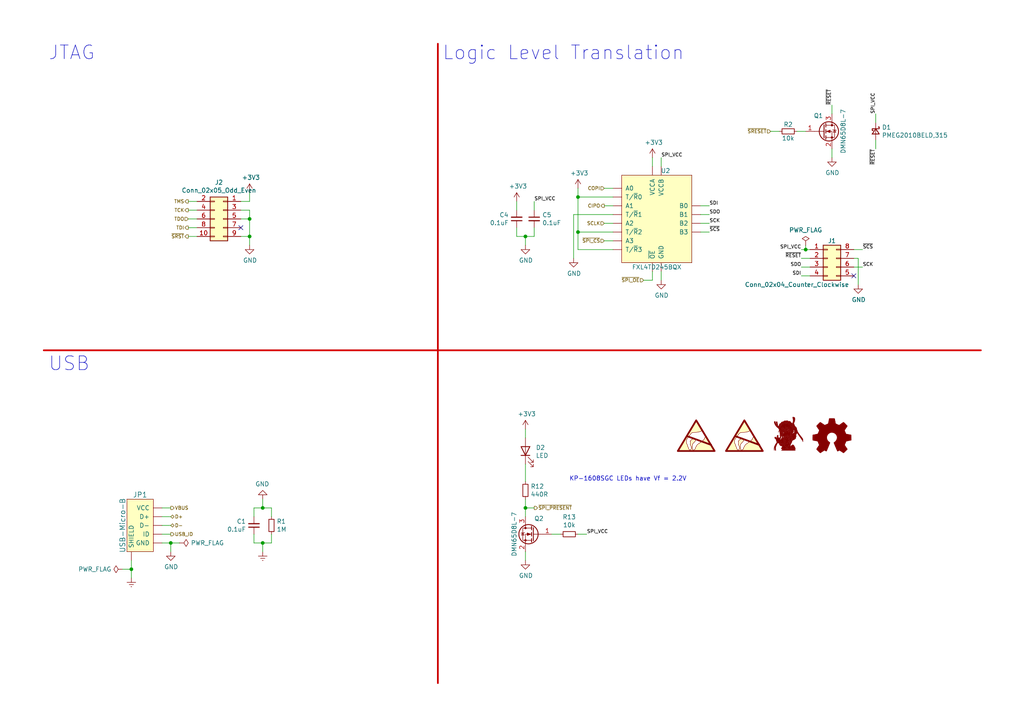
<source format=kicad_sch>
(kicad_sch (version 20211123) (generator eeschema)
  (paper "A4")
  (lib_symbols
    (symbol "Connector_Generic:Conn_02x04_Counter_Clockwise" (pin_names (offset 1.016) hide)
      (property "Reference" "J" (at 1.27 5.08 0))
      (property "Value" "Conn_02x04_Counter_Clockwise" (at 1.27 -7.62 0))
      (symbol "Conn_02x04_Counter_Clockwise_1_1"
        (pin passive line (at -5.08 2.54 0) (length 3.81) (name "Pin_1") (number "1"))
        (pin passive line (at -5.08 0 0) (length 3.81) (name "Pin_2") (number "2"))
        (pin passive line (at -5.08 -2.54 0) (length 3.81) (name "Pin_3") (number "3"))
        (pin passive line (at -5.08 -5.08 0) (length 3.81) (name "Pin_4") (number "4"))
        (pin passive line (at 7.62 -5.08 180) (length 3.81) (name "Pin_5") (number "5"))
        (pin passive line (at 7.62 -2.54 180) (length 3.81) (name "Pin_6") (number "6"))
        (pin passive line (at 7.62 0 180) (length 3.81) (name "Pin_7") (number "7"))
        (pin passive line (at 7.62 2.54 180) (length 3.81) (name "Pin_8") (number "8"))
      )
    )
    (symbol "Connector_Generic:Conn_02x05_Odd_Even" (pin_names (offset 1.016) hide)
      (property "Reference" "J" (at 1.27 7.62 0))
      (property "Value" "Conn_02x05_Odd_Even" (at 1.27 -7.62 0))
      (symbol "Conn_02x05_Odd_Even_1_1"
        (pin passive line (at -5.08 5.08 0) (length 3.81) (name "Pin_1") (number "1"))
        (pin passive line (at 7.62 -5.08 180) (length 3.81) (name "Pin_10") (number "10"))
        (pin passive line (at 7.62 5.08 180) (length 3.81) (name "Pin_2") (number "2"))
        (pin passive line (at -5.08 2.54 0) (length 3.81) (name "Pin_3") (number "3"))
        (pin passive line (at 7.62 2.54 180) (length 3.81) (name "Pin_4") (number "4"))
        (pin passive line (at -5.08 0 0) (length 3.81) (name "Pin_5") (number "5"))
        (pin passive line (at 7.62 0 180) (length 3.81) (name "Pin_6") (number "6"))
        (pin passive line (at -5.08 -2.54 0) (length 3.81) (name "Pin_7") (number "7"))
        (pin passive line (at 7.62 -2.54 180) (length 3.81) (name "Pin_8") (number "8"))
        (pin passive line (at -5.08 -5.08 0) (length 3.81) (name "Pin_9") (number "9"))
      )
    )
    (symbol "DX_MON:FXL4TD245BQX" (pin_numbers hide) (pin_names (offset 1.016))
      (property "Reference" "U" (at 3.81 13.97 0))
      (property "Value" "FXL4TD245BQX" (at 10.16 -13.97 0))
      (symbol "FXL4TD245BQX_1_1"
        (pin power_in line (at -1.27 15.24 270) (length 2.54) (name "VCCA") (number "1"))
        (pin input line (at -12.7 -3.81 0) (length 2.54) (name "T/~{R}2") (number "10"))
        (pin input line (at 12.7 -3.81 180) (length 2.54) (name "B3") (number "11"))
        (pin input line (at 12.7 -1.27 180) (length 2.54) (name "B2") (number "12"))
        (pin input line (at 12.7 1.27 180) (length 2.54) (name "B1") (number "13"))
        (pin input line (at 12.7 3.81 180) (length 2.54) (name "B0") (number "14"))
        (pin input line (at -12.7 1.27 0) (length 2.54) (name "T/~{R}1") (number "15"))
        (pin power_in line (at 1.27 15.24 270) (length 2.54) (name "VCCB") (number "16"))
        (pin input line (at -12.7 6.35 0) (length 2.54) (name "T/~{R}0") (number "2"))
        (pin bidirectional line (at -12.7 8.89 0) (length 2.54) (name "A0") (number "3"))
        (pin bidirectional line (at -12.7 3.81 0) (length 2.54) (name "A1") (number "4"))
        (pin bidirectional line (at -12.7 -1.27 0) (length 2.54) (name "A2") (number "5"))
        (pin bidirectional line (at -12.7 -6.35 0) (length 2.54) (name "A3") (number "6"))
        (pin input line (at -12.7 -8.89 0) (length 2.54) (name "T/~{R}3") (number "7"))
        (pin passive line (at 1.27 -15.24 90) (length 2.54) (name "GND") (number "8"))
        (pin input line (at -1.27 -15.24 90) (length 2.54) (name "~{OE}") (number "9"))
        (pin passive line (at 1.27 -15.24 90) (length 2.54) hide (name "GND") (number "EP"))
      )
    )
    (symbol "DX_MON:USB-Micro-B" (pin_numbers hide) (pin_names (offset 1.016))
      (property "Reference" "JP" (at 0 11.43 0))
      (property "Value" "USB-Micro-B" (at 0 8.89 0))
      (symbol "USB-Micro-B_1_1"
        (pin bidirectional line (at 6.35 2.54 180) (length 2.54) (name "D+") (number "D+"))
        (pin bidirectional line (at 6.35 0 180) (length 2.54) (name "D-") (number "D-"))
        (pin passive line (at 6.35 -5.08 180) (length 2.54) (name "GND") (number "GND1"))
        (pin passive line (at 6.35 -2.54 180) (length 2.54) (name "ID") (number "ID"))
        (pin passive line (at -2.54 -10.16 90) (length 2.54) (name "SHIELD") (number "SHIELD"))
        (pin power_out line (at 6.35 5.08 180) (length 2.54) (name "VCC") (number "VCC"))
      )
    )
    (symbol "DX_MON:トール" (pin_names (offset 1.016)))
    (symbol "Device:C_Small" (pin_numbers hide) (pin_names (offset 0.254) hide)
      (property "Reference" "C" (at 0.254 1.778 0))
      (property "Value" "C_Small" (at 0.254 -2.032 0))
      (symbol "C_Small_1_1"
        (pin passive line (at 0 2.54 270) (length 2.032) (name "~") (number "1"))
        (pin passive line (at 0 -2.54 90) (length 2.032) (name "~") (number "2"))
      )
    )
    (symbol "Device:D_Schottky_Small" (pin_numbers hide) (pin_names (offset 0.254) hide)
      (property "Reference" "D" (at -1.27 2.032 0))
      (property "Value" "D_Schottky_Small" (at -7.112 -2.032 0))
      (symbol "D_Schottky_Small_1_1"
        (pin passive line (at -2.54 0 0) (length 1.778) (name "K") (number "1"))
        (pin passive line (at 2.54 0 180) (length 1.778) (name "A") (number "2"))
      )
    )
    (symbol "Device:LED" (pin_numbers hide) (pin_names (offset 1.016) hide)
      (property "Reference" "D" (at 0 2.54 0))
      (property "Value" "LED" (at 0 -2.54 0))
      (symbol "LED_1_1"
        (pin passive line (at -3.81 0 0) (length 2.54) (name "K") (number "1"))
        (pin passive line (at 3.81 0 180) (length 2.54) (name "A") (number "2"))
      )
    )
    (symbol "Device:Q_NMOS_GSD" (pin_names (offset 0) hide)
      (property "Reference" "Q" (at 5.08 1.27 0))
      (property "Value" "Q_NMOS_GSD" (at 5.08 -1.27 0))
      (symbol "Q_NMOS_GSD_1_1"
        (pin input line (at -5.08 0 0) (length 2.54) (name "G") (number "1"))
        (pin passive line (at 2.54 -5.08 90) (length 2.54) (name "S") (number "2"))
        (pin passive line (at 2.54 5.08 270) (length 2.54) (name "D") (number "3"))
      )
    )
    (symbol "Device:R_Small" (pin_numbers hide) (pin_names (offset 0.254) hide)
      (property "Reference" "R" (at 0.762 0.508 0))
      (property "Value" "R_Small" (at 0.762 -1.016 0))
      (symbol "R_Small_1_1"
        (pin passive line (at 0 2.54 270) (length 0.762) (name "~") (number "1"))
        (pin passive line (at 0 -2.54 90) (length 0.762) (name "~") (number "2"))
      )
    )
    (symbol "Graphic:Logo_Open_Hardware_Small" (pin_names (offset 1.016)))
    (symbol "Graphic:SYM_ESD_Large" (pin_names (offset 1.016)))
    (symbol "power:+3.3V" (power) (pin_names (offset 0))
      (property "Value" "+3.3V" (at 0 3.556 0))
      (symbol "+3.3V_1_1"
        (pin power_in line (at 0 0 90) (length 0) hide (name "+3V3") (number "1"))
      )
    )
    (symbol "power:Earth" (power) (pin_names (offset 0))
      (symbol "Earth_1_1"
        (pin power_in line (at 0 0 270) (length 0) hide (name "Earth") (number "1"))
      )
    )
    (symbol "power:GND" (power) (pin_names (offset 0))
      (property "Value" "GND" (at 0 -3.81 0))
      (symbol "GND_1_1"
        (pin power_in line (at 0 0 270) (length 0) hide (name "GND") (number "1"))
      )
    )
    (symbol "power:PWR_FLAG" (power) (pin_numbers hide) (pin_names (offset 0) hide)
      (property "Value" "PWR_FLAG" (at 0 3.81 0))
      (symbol "PWR_FLAG_0_0"
        (pin power_out line (at 0 0 90) (length 0) (name "pwr") (number "1"))
      )
    )
  )
  (junction (at 72.39 63.5))
  (junction (at 76.2 147.32))
  (junction (at 38.1 165.1))
  (junction (at 152.4 68.58))
  (junction (at 167.64 67.31))
  (junction (at 76.2 157.48))
  (junction (at 233.68 72.39))
  (junction (at 72.39 68.58))
  (junction (at 152.4 147.32))
  (junction (at 167.64 57.15))
  (junction (at 49.53 157.48))
  (no_connect (at 69.85 66.04))
  (no_connect (at 247.65 80.01))
  (wire (pts (xy 49.53 149.86) (xy 46.99 149.86)))
  (wire (pts (xy 189.23 45.72) (xy 189.23 48.26)))
  (wire (pts (xy 76.2 157.48) (xy 76.2 160.02)))
  (wire (pts (xy 54.61 68.58) (xy 57.15 68.58)))
  (wire (pts (xy 247.65 74.93) (xy 248.92 74.93)))
  (wire (pts (xy 149.86 66.04) (xy 149.86 68.58)))
  (wire (pts (xy 78.74 154.94) (xy 78.74 157.48)))
  (wire (pts (xy 149.86 68.58) (xy 152.4 68.58)))
  (wire (pts (xy 73.66 154.94) (xy 73.66 157.48)))
  (wire (pts (xy 54.61 63.5) (xy 57.15 63.5)))
  (wire (pts (xy 57.15 60.96) (xy 54.61 60.96)))
  (wire (pts (xy 234.95 80.01) (xy 232.41 80.01)))
  (wire (pts (xy 152.4 134.62) (xy 152.4 139.7)))
  (wire (pts (xy 46.99 152.4) (xy 49.53 152.4)))
  (wire (pts (xy 69.85 58.42) (xy 72.39 58.42)))
  (wire (pts (xy 49.53 157.48) (xy 52.07 157.48)))
  (wire (pts (xy 57.15 66.04) (xy 54.61 66.04)))
  (wire (pts (xy 250.19 72.39) (xy 247.65 72.39)))
  (wire (pts (xy 254 35.56) (xy 254 33.02)))
  (wire (pts (xy 177.8 62.23) (xy 166.37 62.23)))
  (wire (pts (xy 167.64 72.39) (xy 167.64 67.31)))
  (wire (pts (xy 177.8 72.39) (xy 167.64 72.39)))
  (wire (pts (xy 49.53 157.48) (xy 49.53 160.02)))
  (wire (pts (xy 231.14 38.1) (xy 233.68 38.1)))
  (wire (pts (xy 46.99 157.48) (xy 49.53 157.48)))
  (wire (pts (xy 69.85 63.5) (xy 72.39 63.5)))
  (wire (pts (xy 69.85 60.96) (xy 72.39 60.96)))
  (wire (pts (xy 189.23 78.74) (xy 189.23 81.28)))
  (wire (pts (xy 254 40.64) (xy 254 43.18)))
  (wire (pts (xy 203.2 67.31) (xy 205.74 67.31)))
  (wire (pts (xy 167.64 54.61) (xy 167.64 57.15)))
  (wire (pts (xy 233.68 71.12) (xy 233.68 72.39)))
  (wire (pts (xy 152.4 68.58) (xy 154.94 68.58)))
  (wire (pts (xy 152.4 162.56) (xy 152.4 160.02)))
  (wire (pts (xy 177.8 69.85) (xy 175.26 69.85)))
  (wire (pts (xy 205.74 64.77) (xy 203.2 64.77)))
  (wire (pts (xy 152.4 124.46) (xy 152.4 127)))
  (wire (pts (xy 35.56 165.1) (xy 38.1 165.1)))
  (wire (pts (xy 73.66 147.32) (xy 76.2 147.32)))
  (wire (pts (xy 76.2 147.32) (xy 78.74 147.32)))
  (wire (pts (xy 170.18 154.94) (xy 167.64 154.94)))
  (wire (pts (xy 152.4 147.32) (xy 154.94 147.32)))
  (wire (pts (xy 241.3 43.18) (xy 241.3 45.72)))
  (wire (pts (xy 152.4 68.58) (xy 152.4 71.12)))
  (wire (pts (xy 38.1 165.1) (xy 38.1 167.64)))
  (wire (pts (xy 241.3 30.48) (xy 241.3 33.02)))
  (wire (pts (xy 72.39 68.58) (xy 72.39 71.12)))
  (wire (pts (xy 166.37 62.23) (xy 166.37 74.93)))
  (wire (pts (xy 167.64 67.31) (xy 167.64 57.15)))
  (wire (pts (xy 152.4 147.32) (xy 152.4 149.86)))
  (wire (pts (xy 46.99 147.32) (xy 49.53 147.32)))
  (wire (pts (xy 76.2 147.32) (xy 76.2 144.78)))
  (polyline (pts (xy 127 12.7) (xy 127 198.12)) (stroke (width 0.508) (type solid) (color 204 0 0 1)))
  (wire (pts (xy 72.39 58.42) (xy 72.39 55.88)))
  (wire (pts (xy 38.1 162.56) (xy 38.1 165.1)))
  (wire (pts (xy 73.66 157.48) (xy 76.2 157.48)))
  (wire (pts (xy 234.95 74.93) (xy 232.41 74.93)))
  (wire (pts (xy 49.53 154.94) (xy 46.99 154.94)))
  (wire (pts (xy 154.94 60.96) (xy 154.94 58.42)))
  (wire (pts (xy 149.86 58.42) (xy 149.86 60.96)))
  (wire (pts (xy 175.26 54.61) (xy 177.8 54.61)))
  (wire (pts (xy 177.8 67.31) (xy 167.64 67.31)))
  (wire (pts (xy 72.39 63.5) (xy 72.39 68.58)))
  (wire (pts (xy 175.26 64.77) (xy 177.8 64.77)))
  (wire (pts (xy 154.94 68.58) (xy 154.94 66.04)))
  (wire (pts (xy 69.85 68.58) (xy 72.39 68.58)))
  (wire (pts (xy 248.92 74.93) (xy 248.92 82.55)))
  (wire (pts (xy 247.65 77.47) (xy 250.19 77.47)))
  (wire (pts (xy 203.2 62.23) (xy 205.74 62.23)))
  (wire (pts (xy 191.77 48.26) (xy 191.77 45.72)))
  (polyline (pts (xy 127 101.6) (xy 12.7 101.6)) (stroke (width 0.508) (type solid) (color 204 0 0 1)))
  (wire (pts (xy 78.74 157.48) (xy 76.2 157.48)))
  (wire (pts (xy 205.74 59.69) (xy 203.2 59.69)))
  (wire (pts (xy 223.52 38.1) (xy 226.06 38.1)))
  (wire (pts (xy 54.61 58.42) (xy 57.15 58.42)))
  (polyline (pts (xy 284.48 101.6) (xy 127 101.6)) (stroke (width 0.508) (type solid) (color 204 3 3 1)))
  (wire (pts (xy 73.66 149.86) (xy 73.66 147.32)))
  (wire (pts (xy 72.39 60.96) (xy 72.39 63.5)))
  (wire (pts (xy 78.74 147.32) (xy 78.74 149.86)))
  (wire (pts (xy 232.41 77.47) (xy 234.95 77.47)))
  (wire (pts (xy 191.77 78.74) (xy 191.77 81.28)))
  (wire (pts (xy 232.41 72.39) (xy 233.68 72.39)))
  (wire (pts (xy 160.02 154.94) (xy 162.56 154.94)))
  (wire (pts (xy 167.64 57.15) (xy 177.8 57.15)))
  (wire (pts (xy 177.8 59.69) (xy 175.26 59.69)))
  (wire (pts (xy 233.68 72.39) (xy 234.95 72.39)))
  (wire (pts (xy 152.4 144.78) (xy 152.4 147.32)))
  (wire (pts (xy 186.69 81.28) (xy 189.23 81.28)))
  (text "JTAG" (at 13.97 17.78 0) (effects (font (size 3.9878 3.9878)) (justify left bottom)))
  (text "USB" (at 13.97 107.95 0) (effects (font (size 3.9878 3.9878)) (justify left bottom)))
  (text "KP-1608SGC LEDs have Vf = 2.2V" (at 165.1 139.7 0) (effects (font (size 1.27 1.27)) (justify left bottom)))
  (text "Logic Level Translation" (at 128.27 17.78 0) (effects (font (size 3.9878 3.9878)) (justify left bottom)))
  (label "SPI_VCC" (at 254 33.02 90) (effects (font (size 0.9906 0.9906))))
  (label "SCK" (at 250.19 77.47 0) (effects (font (size 0.9906 0.9906))))
  (label "SDO" (at 205.74 62.23 0) (effects (font (size 0.9906 0.9906))))
  (label "~{SCS}" (at 205.74 67.31 0) (effects (font (size 0.9906 0.9906))))
  (label "SDI" (at 205.74 59.69 0) (effects (font (size 0.9906 0.9906))))
  (label "~{RESET}" (at 241.3 30.48 90) (effects (font (size 0.9906 0.9906))))
  (label "SPI_VCC" (at 232.41 72.39 180) (effects (font (size 0.9906 0.9906))))
  (label "SCK" (at 205.74 64.77 0) (effects (font (size 0.9906 0.9906))))
  (label "SPI_VCC" (at 154.94 58.42 0) (effects (font (size 0.9906 0.9906))))
  (label "~{RESET}" (at 232.41 74.93 180) (effects (font (size 0.9906 0.9906))))
  (label "SDO" (at 232.41 77.47 180) (effects (font (size 0.9906 0.9906))))
  (label "SPI_VCC" (at 170.18 154.94 0) (effects (font (size 0.9906 0.9906))))
  (label "SPI_VCC" (at 191.77 45.72 0) (effects (font (size 0.9906 0.9906))))
  (label "~{RESET}" (at 254 43.18 270) (effects (font (size 0.9906 0.9906))))
  (label "~{SCS}" (at 250.19 72.39 0) (effects (font (size 0.9906 0.9906))))
  (label "SDI" (at 232.41 80.01 180) (effects (font (size 0.9906 0.9906))))
  (hierarchical_label "VBUS" (shape output) (at 49.53 147.32 0) (effects (font (size 0.9906 0.9906))))
  (hierarchical_label "D-" (shape bidirectional) (at 49.53 152.4 0) (effects (font (size 0.9906 0.9906))))
  (hierarchical_label "~{SRST}" (shape output) (at 54.61 68.58 180) (effects (font (size 0.9906 0.9906))))
  (hierarchical_label "~{SPI_OE}" (shape input) (at 186.69 81.28 180) (effects (font (size 1 1))))
  (hierarchical_label "~{SPI_PRESENT}" (shape output) (at 154.94 147.32 0) (effects (font (size 0.9906 0.9906))))
  (hierarchical_label "~{SRESET}" (shape input) (at 223.52 38.1 180) (effects (font (size 0.9906 0.9906))))
  (hierarchical_label "SCLK" (shape input) (at 175.26 64.77 180) (effects (font (size 0.9906 0.9906))))
  (hierarchical_label "TCK" (shape output) (at 54.61 60.96 180) (effects (font (size 0.9906 0.9906))))
  (hierarchical_label "CIPO" (shape output) (at 175.26 59.69 180) (effects (font (size 0.9906 0.9906))))
  (hierarchical_label "~{SPI_CS}" (shape input) (at 175.26 69.85 180) (effects (font (size 0.9906 0.9906))))
  (hierarchical_label "TMS" (shape output) (at 54.61 58.42 180) (effects (font (size 0.9906 0.9906))))
  (hierarchical_label "USB_ID" (shape output) (at 49.53 154.94 0) (effects (font (size 0.9906 0.9906))))
  (hierarchical_label "D+" (shape bidirectional) (at 49.53 149.86 0) (effects (font (size 0.9906 0.9906))))
  (hierarchical_label "TDO" (shape input) (at 54.61 63.5 180) (effects (font (size 0.9906 0.9906))))
  (hierarchical_label "COPI" (shape input) (at 175.26 54.61 180) (effects (font (size 0.9906 0.9906))))
  (hierarchical_label "TDI" (shape output) (at 54.61 66.04 180) (effects (font (size 0.9906 0.9906))))
  (symbol (lib_id "DX_MON:USB-Micro-B") (at 40.64 152.4 0) (unit 1)
    (property "Reference" "JP1" (at 40.64 143.51 0) (effects (font (size 1.4986 1.4986))))
    (property "Value" "USB-Micro-B" (at 35.56 152.4 90) (effects (font (size 1.4986 1.4986))))
    (property "Footprint" "rhais_usb:MICRO-USB-B-(IN_PCB)" (effects hide))
    (property "Datasheet" "https://cdn.amphenol-icc.com/media/wysiwyg/files/drawing/10103593.pdf" (effects hide))
    (property "MFR" "Amphenol ICC" (effects hide))
    (property "MPN" "10103593-0001LF" (effects hide))
    (property "OC_FARNELL" "2293751" (effects hide))
    (property "URL_FARNELL" "https://uk.farnell.com/amphenol-icc-fci/10103593-0001lf/micro-usb-2-0-type-b-receptacle/dp/2293751" (effects hide))
  )
  (symbol (lib_id "power:GND") (at 49.53 160.02 0) (unit 1)
    (property "Reference" "#PWR02" (effects hide))
    (property "Value" "GND" (at 49.657 164.4142 0))
  )
  (symbol (lib_id "power:Earth") (at 38.1 167.64 0) (unit 1)
    (property "Reference" "#PWR01" (effects hide))
    (property "Value" "Earth" (effects hide))
  )
  (symbol (lib_id "Device:C_Small") (at 73.66 152.4 0) (mirror x) (unit 1)
    (property "Reference" "C1" (at 71.3486 151.2316 0) (effects (justify right)))
    (property "Value" "0.1uF" (at 71.3486 153.543 0) (effects (justify right)))
    (property "Footprint" "rhais_rcl:C0603" (effects hide))
    (property "Datasheet" "http://www.farnell.com/datasheets/1870456.pdf" (effects hide))
    (property "MFR" "Multicomp" (effects hide))
    (property "MPN" "MC0603B104J250CT" (effects hide))
    (property "OC_FARNELL" "2310559" (effects hide))
    (property "URL_FARNELL" "https://uk.farnell.com/multicomp/mc0603b104j250ct/cap-0-1-f-25v-5-x7r-0603-reel/dp/2310559" (effects hide))
  )
  (symbol (lib_id "Device:R_Small") (at 78.74 152.4 0) (unit 1)
    (property "Reference" "R1" (at 80.2386 151.2316 0) (effects (justify left)))
    (property "Value" "1M" (at 80.2386 153.543 0) (effects (justify left)))
    (property "Footprint" "rhais_rcl:R0603" (effects hide))
    (property "Datasheet" "http://www.farnell.com/datasheets/2860681.pdf" (effects hide))
    (property "MFR" "Multicomp" (effects hide))
    (property "MPN" "MCWR06X1004FTL" (effects hide))
    (property "OC_FARNELL" "2447285" (effects hide))
    (property "URL_FARNELL" "https://uk.farnell.com/multicomp/mcwr06x1004ftl/res-1m-1-0-1w-0603-thick-film/dp/2447285" (effects hide))
  )
  (symbol (lib_id "power:Earth") (at 76.2 160.02 0) (unit 1)
    (property "Reference" "#PWR04" (effects hide))
    (property "Value" "Earth" (effects hide))
  )
  (symbol (lib_id "power:GND") (at 76.2 144.78 180) (unit 1)
    (property "Reference" "#PWR03" (effects hide))
    (property "Value" "GND" (at 76.073 140.3858 0))
  )
  (symbol (lib_id "power:GND") (at 248.92 82.55 0) (unit 1)
    (property "Reference" "#PWR09" (effects hide))
    (property "Value" "GND" (at 249.047 86.9442 0))
  )
  (symbol (lib_id "Connector_Generic:Conn_02x04_Counter_Clockwise") (at 240.03 74.93 0) (unit 1)
    (property "Reference" "J1" (at 241.3 69.85 0))
    (property "Value" "Conn_02x04_Counter_Clockwise" (at 231.14 82.55 0))
    (property "Footprint" "DX-MON:75867-132LF" (effects hide))
    (property "Datasheet" "https://cdn.amphenol-icc.com/media/wysiwyg/files/drawing/75867.pdf" (effects hide))
    (property "MFR" "Amphenol ICC" (effects hide))
    (property "MPN" "75867-132LF" (effects hide))
    (property "OC_FARNELL" "1924603" (effects hide))
    (property "URL_FARNELL" "https://uk.farnell.com/amphenol-icc/75867-132lf/connector-header-8-position-2/dp/1924603" (effects hide))
  )
  (symbol (lib_id "power:+3.3V") (at 189.23 45.72 0) (unit 1)
    (property "Reference" "#PWR08" (effects hide))
    (property "Value" "+3.3V" (at 189.611 41.3258 0))
  )
  (symbol (lib_id "power:GND") (at 191.77 81.28 0) (unit 1)
    (property "Reference" "#PWR010" (effects hide))
    (property "Value" "GND" (at 191.897 85.6742 0))
  )
  (symbol (lib_id "DX_MON:FXL4TD245BQX") (at 190.5 63.5 0) (unit 1)
    (property "Reference" "U2" (at 193.04 49.53 0))
    (property "Value" "FXL4TD245BQX" (at 190.5 77.47 0))
    (property "Footprint" "rhais_package-qfn:DQFN16_1EP_2.5x3.5mm_P0.5mm" (effects hide))
    (property "Datasheet" "https://www.onsemi.com/pub/Collateral/FXL4TD245-D.pdf" (effects hide))
    (property "MFR" "On Smi" (effects hide))
    (property "MPN" "FXL4TD245BQX" (effects hide))
    (property "OC_FARNELL" "1495484" (effects hide))
    (property "URL_FARNELL" "https://uk.farnell.com/on-semiconductor/fxl4td245bqx/fxl-tiny-translator-smd-dqfn-16/dp/1495484" (effects hide))
  )
  (symbol (lib_id "power:+3.3V") (at 167.64 54.61 0) (unit 1)
    (property "Reference" "#PWR0101" (effects hide))
    (property "Value" "+3.3V" (at 168.021 50.2158 0))
  )
  (symbol (lib_id "power:GND") (at 166.37 74.93 0) (unit 1)
    (property "Reference" "#PWR0102" (effects hide))
    (property "Value" "GND" (at 166.497 79.3242 0))
  )
  (symbol (lib_id "Device:C_Small") (at 154.94 63.5 0) (unit 1)
    (property "Reference" "C5" (at 157.2768 62.3316 0) (effects (justify left)))
    (property "Value" "0.1uF" (at 157.2768 64.643 0) (effects (justify left)))
    (property "Footprint" "rhais_rcl:C0603" (effects hide))
    (property "Datasheet" "http://www.farnell.com/datasheets/1870456.pdf" (effects hide))
    (property "MFR" "Multicomp" (effects hide))
    (property "MPN" "MC0603B104J250CT" (effects hide))
    (property "OC_FARNELL" "2310559" (effects hide))
    (property "URL_FARNELL" "https://uk.farnell.com/multicomp/mc0603b104j250ct/cap-0-1-f-25v-5-x7r-0603-reel/dp/2310559" (effects hide))
  )
  (symbol (lib_id "Device:C_Small") (at 149.86 63.5 0) (mirror x) (unit 1)
    (property "Reference" "C4" (at 147.5486 62.3316 0) (effects (justify right)))
    (property "Value" "0.1uF" (at 147.5486 64.643 0) (effects (justify right)))
    (property "Footprint" "rhais_rcl:C0603" (effects hide))
    (property "Datasheet" "http://www.farnell.com/datasheets/1870456.pdf" (effects hide))
    (property "MFR" "Multicomp" (effects hide))
    (property "MPN" "MC0603B104J250CT" (effects hide))
    (property "OC_FARNELL" "2310559" (effects hide))
    (property "URL_FARNELL" "https://uk.farnell.com/multicomp/mc0603b104j250ct/cap-0-1-f-25v-5-x7r-0603-reel/dp/2310559" (effects hide))
  )
  (symbol (lib_id "power:GND") (at 152.4 71.12 0) (unit 1)
    (property "Reference" "#PWR0103" (effects hide))
    (property "Value" "GND" (at 152.527 75.5142 0))
  )
  (symbol (lib_id "power:+3.3V") (at 149.86 58.42 0) (unit 1)
    (property "Reference" "#PWR0104" (effects hide))
    (property "Value" "+3.3V" (at 150.241 54.0258 0))
  )
  (symbol (lib_id "power:GND") (at 241.3 45.72 0) (unit 1)
    (property "Reference" "#PWR0108" (effects hide))
    (property "Value" "GND" (at 241.427 50.1142 0))
  )
  (symbol (lib_id "Connector_Generic:Conn_02x05_Odd_Even") (at 64.77 63.5 0) (mirror y) (unit 1)
    (property "Reference" "J2" (at 63.5 52.9082 0))
    (property "Value" "Conn_02x05_Odd_Even" (at 63.5 55.2196 0))
    (property "Footprint" "rhais_connector-pinheader:PinSocket_2x05_P1.27mm_Vertical_SMD" (effects hide))
    (property "Datasheet" "https://cdn.amphenol-icc.com/media/wysiwyg/files/drawing/20021321.pdf" (effects hide))
    (property "MFR" "Amphenol ICC" (effects hide))
    (property "MPN" "20021321-00010C4LF" (effects hide))
    (property "OC_FARNELL" "1865309" (effects hide))
    (property "URL_FARNELL" "https://uk.farnell.com/amphenol-icc-fci/20021321-00010c4lf/receptacle-vert-1-27mm-smt-10way/dp/1865309" (effects hide))
  )
  (symbol (lib_id "power:GND") (at 72.39 71.12 0) (unit 1)
    (property "Reference" "#PWR015" (effects hide))
    (property "Value" "GND" (at 72.517 75.5142 0))
  )
  (symbol (lib_id "power:+3.3V") (at 72.39 55.88 0) (unit 1)
    (property "Reference" "#PWR014" (effects hide))
    (property "Value" "+3.3V" (at 72.771 51.4858 0))
  )
  (symbol (lib_id "Device:Q_NMOS_GSD") (at 238.76 38.1 0) (unit 1)
    (property "Reference" "Q1" (at 238.76 34.29 0) (effects (justify right bottom)))
    (property "Value" "DMN65D8L-7" (at 243.84 38.1 90) (effects (justify top)))
    (property "Footprint" "rhais_package-smd:SOT-23" (effects hide))
    (property "Datasheet" "https://www.diodes.com/assets/Datasheets/DMN65D8L.pdf" (effects hide))
    (property "MFR" "Diodes Inc" (effects hide))
    (property "MPN" "DMN65D8L-7" (effects hide))
    (property "OC_FARNELL" "2543546" (effects hide))
    (property "URL_FARNELL" "https://uk.farnell.com/diodes-inc/dmn65d8l-7/mosfet-n-ch-20v-sot-23-3/dp/2543546" (effects hide))
  )
  (symbol (lib_id "Device:R_Small") (at 228.6 38.1 270) (unit 1)
    (property "Reference" "R2" (at 228.6 36.83 90) (effects (justify bottom)))
    (property "Value" "10k" (at 228.6 39.37 90) (effects (justify top)))
    (property "Footprint" "rhais_rcl:R0603" (effects hide))
    (property "Datasheet" "http://www.farnell.com/datasheets/1788326.pdf" (effects hide))
    (property "MFR" "Multicomp" (effects hide))
    (property "MPN" "MC0063W0603110K" (effects hide))
    (property "OC_FARNELL" "2130939" (effects hide))
    (property "URL_FARNELL" "https://uk.farnell.com/multicomp/mc0063w0603110k/res-10k-1-0-063w-0603-thick-film/dp/2130939" (effects hide))
  )
  (symbol (lib_id "Device:D_Schottky_Small") (at 254 38.1 270) (unit 1)
    (property "Reference" "D1" (at 255.778 36.9316 90) (effects (justify left)))
    (property "Value" "PMEG2010BELD,315" (at 255.778 39.243 90) (effects (justify left)))
    (property "Footprint" "DX-MON:SOD882D_DFN1006D-2" (effects hide))
    (property "Datasheet" "https://assets.nexperia.com/documents/data-sheet/PMEG2010BELD.pdf" (effects hide))
    (property "MFR" "NXP" (effects hide))
    (property "MPN" "PMEG2010BELD,315" (effects hide))
    (property "OC_FARNELL" "2191801" (effects hide))
    (property "URL_FARNELL" "https://uk.farnell.com/nexperia/pmeg2010beld-315/diode-rectifier-20v-1a-sod882d/dp/2191801" (effects hide))
  )
  (symbol (lib_id "DX_MON:トール") (at 228.6 125.73 0) (unit 1)
    (property "Reference" "DRG1" (effects hide))
    (property "Value" "トール" (effects hide))
    (property "Footprint" "トール:トール-8.6x9.9" (effects hide))
  )
  (symbol (lib_id "Device:R_Small") (at 152.4 142.24 0) (unit 1)
    (property "Reference" "R12" (at 153.8986 141.0716 0) (effects (justify left)))
    (property "Value" "440R" (at 153.8986 143.383 0) (effects (justify left)))
    (property "Footprint" "rhais_rcl:R0603" (effects hide))
    (property "Datasheet" "http://www.farnell.com/datasheets/2860681.pdf" (effects hide))
    (property "MFR" "Multicomp" (effects hide))
    (property "MPN" "MCWR06X4700FTL" (effects hide))
    (property "OC_FARNELL" "2447374" (effects hide))
    (property "URL_FARNELL" "https://uk.farnell.com/multicomp/mcwr06x4700ftl/res-470r-1-0-1w-0603-thick-film/dp/2447374" (effects hide))
  )
  (symbol (lib_id "Device:LED") (at 152.4 130.81 90) (unit 1)
    (property "Reference" "D2" (at 155.3972 129.8194 90) (effects (justify right)))
    (property "Value" "LED" (at 155.3972 132.1308 90) (effects (justify right)))
    (property "Footprint" "rhais_led:LED0603" (effects hide))
    (property "Datasheet" "https://www.kingbright.com/attachments/file/psearch/000/00/20160808bak/KP-1608SGC(Ver.21B).pdf" (effects hide))
    (property "OC_FARNELL" "8529833" (effects hide))
    (property "URL_FARNELL" "https://uk.farnell.com/kingbright/kp-1608sgc/led-0-8mm-x-1-2mm-green-12mcd/dp/8529833" (effects hide))
    (property "MFR" "Kingbright" (effects hide))
    (property "MPN" "KP-1608SGC" (effects hide))
  )
  (symbol (lib_id "power:+3.3V") (at 152.4 124.46 0) (unit 1)
    (property "Reference" "#PWR038" (effects hide))
    (property "Value" "+3.3V" (at 152.781 120.0658 0))
  )
  (symbol (lib_id "power:GND") (at 152.4 162.56 0) (unit 1)
    (property "Reference" "#PWR039" (effects hide))
    (property "Value" "GND" (at 152.527 166.9542 0))
  )
  (symbol (lib_id "Device:Q_NMOS_GSD") (at 154.94 154.94 0) (mirror y) (unit 1)
    (property "Reference" "Q2" (at 154.94 151.13 0) (effects (justify right bottom)))
    (property "Value" "DMN65D8L-7" (at 149.86 154.94 90) (effects (justify top)))
    (property "Footprint" "rhais_package-smd:SOT-23" (effects hide))
    (property "Datasheet" "https://www.diodes.com/assets/Datasheets/DMN65D8L.pdf" (effects hide))
    (property "MFR" "Diodes Inc" (effects hide))
    (property "MPN" "DMN65D8L-7" (effects hide))
    (property "OC_FARNELL" "2543546" (effects hide))
    (property "URL_FARNELL" "https://uk.farnell.com/diodes-inc/dmn65d8l-7/mosfet-n-ch-20v-sot-23-3/dp/2543546" (effects hide))
  )
  (symbol (lib_id "Graphic:Logo_Open_Hardware_Small") (at 241.3 127 0) (unit 1)
    (property "Reference" "LOGO1" (effects hide))
    (property "Value" "Logo_Open_Hardware_Small" (effects hide))
    (property "Footprint" "Symbol:OSHW-Symbol_6.7x6mm_SilkScreen" (effects hide))
  )
  (symbol (lib_id "Graphic:SYM_ESD_Large") (at 215.9 125.73 0) (unit 1)
    (property "Reference" "SYM1" (effects hide))
    (property "Value" "SYM_ESD_Small" (effects hide))
    (property "Footprint" "Symbol:WEEE-Logo_4.2x6mm_SilkScreen" (effects hide))
  )
  (symbol (lib_id "Device:R_Small") (at 165.1 154.94 270) (unit 1)
    (property "Reference" "R13" (at 165.1 149.9616 90))
    (property "Value" "10k" (at 165.1 152.273 90))
    (property "Footprint" "rhais_rcl:R0603" (effects hide))
    (property "Datasheet" "http://www.farnell.com/datasheets/1788326.pdf" (effects hide))
    (property "MFR" "Multicomp" (effects hide))
    (property "MPN" "MC0063W0603110K" (effects hide))
    (property "OC_FARNELL" "2130939" (effects hide))
    (property "URL_FARNELL" "https://uk.farnell.com/multicomp/mc0063w0603110k/res-10k-1-0-063w-0603-thick-film/dp/2130939" (effects hide))
  )
  (symbol (lib_id "power:PWR_FLAG") (at 233.68 71.12 0) (unit 1)
    (property "Reference" "#FLG0101" (effects hide))
    (property "Value" "PWR_FLAG" (at 233.68 66.7258 0))
  )
  (symbol (lib_id "power:PWR_FLAG") (at 52.07 157.48 270) (unit 1)
    (property "Reference" "#FLG01" (effects hide))
    (property "Value" "PWR_FLAG" (at 55.3212 157.48 90) (effects (justify left)))
  )
  (symbol (lib_id "power:PWR_FLAG") (at 35.56 165.1 90) (unit 1)
    (property "Reference" "#FLG0102" (effects hide))
    (property "Value" "PWR_FLAG" (at 32.3342 165.1 90) (effects (justify left)))
  )
  (symbol (lib_id "Graphic:SYM_ESD_Large") (at 201.93 125.73 0) (unit 1)
    (property "Reference" "SYM2" (effects hide))
    (property "Value" "SYM_ESD_Small" (effects hide))
    (property "Footprint" "Symbol:ESD-Logo_6.6x6mm_SilkScreen" (effects hide))
  )
)
</source>
